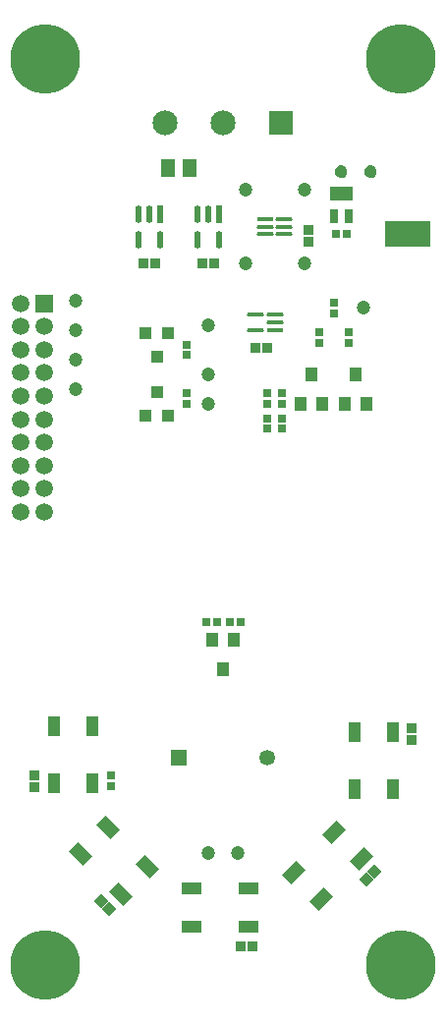
<source format=gbr>
%TF.GenerationSoftware,Altium Limited,Altium Designer,23.10.1 (27)*%
G04 Layer_Color=8388736*
%FSLAX45Y45*%
%MOMM*%
%TF.SameCoordinates,4EA0ACC5-7561-4313-9172-BF3C26F0D282*%
%TF.FilePolarity,Negative*%
%TF.FileFunction,Soldermask,Top*%
%TF.Part,Single*%
G01*
G75*
%TA.AperFunction,SMDPad,CuDef*%
%ADD12R,0.57213X1.50524*%
G04:AMPARAMS|DCode=13|XSize=1.50524mm|YSize=0.57213mm|CornerRadius=0.28606mm|HoleSize=0mm|Usage=FLASHONLY|Rotation=270.000|XOffset=0mm|YOffset=0mm|HoleType=Round|Shape=RoundedRectangle|*
%AMROUNDEDRECTD13*
21,1,1.50524,0.00000,0,0,270.0*
21,1,0.93311,0.57213,0,0,270.0*
1,1,0.57213,0.00000,-0.46655*
1,1,0.57213,0.00000,0.46655*
1,1,0.57213,0.00000,0.46655*
1,1,0.57213,0.00000,-0.46655*
%
%ADD13ROUNDEDRECTD13*%
G04:AMPARAMS|DCode=22|XSize=1.46395mm|YSize=0.37583mm|CornerRadius=0.18791mm|HoleSize=0mm|Usage=FLASHONLY|Rotation=0.000|XOffset=0mm|YOffset=0mm|HoleType=Round|Shape=RoundedRectangle|*
%AMROUNDEDRECTD22*
21,1,1.46395,0.00000,0,0,0.0*
21,1,1.08813,0.37583,0,0,0.0*
1,1,0.37583,0.54406,0.00000*
1,1,0.37583,-0.54406,0.00000*
1,1,0.37583,-0.54406,0.00000*
1,1,0.37583,0.54406,0.00000*
%
%ADD22ROUNDEDRECTD22*%
%ADD23R,1.46395X0.37583*%
%TA.AperFunction,ComponentPad*%
%ADD33C,2.15000*%
%ADD34R,2.15000X2.15000*%
%ADD36R,1.35000X1.35000*%
%ADD37C,1.35000*%
%TA.AperFunction,SMDPad,CuDef*%
%ADD46C,1.20320*%
%ADD47R,0.75320X0.75320*%
%ADD48R,4.00320X2.23320*%
%ADD49R,0.75320X0.75320*%
%ADD50R,1.10320X1.15320*%
%ADD51R,1.00320X1.10320*%
%ADD52R,0.92320X0.92320*%
%ADD53P,1.30560X4X180.0*%
%ADD54R,0.92320X0.92320*%
%ADD55P,1.30560X4X90.0*%
%ADD56R,0.65320X1.20320*%
%ADD57R,1.20320X1.60320*%
%ADD58R,1.70320X1.10320*%
%ADD59R,1.10320X1.70320*%
G04:AMPARAMS|DCode=60|XSize=1.7032mm|YSize=1.1032mm|CornerRadius=0mm|HoleSize=0mm|Usage=FLASHONLY|Rotation=225.000|XOffset=0mm|YOffset=0mm|HoleType=Round|Shape=Rectangle|*
%AMROTATEDRECTD60*
4,1,4,0.21213,0.99221,0.99221,0.21213,-0.21213,-0.99221,-0.99221,-0.21213,0.21213,0.99221,0.0*
%
%ADD60ROTATEDRECTD60*%

G04:AMPARAMS|DCode=61|XSize=1.7032mm|YSize=1.1032mm|CornerRadius=0mm|HoleSize=0mm|Usage=FLASHONLY|Rotation=135.000|XOffset=0mm|YOffset=0mm|HoleType=Round|Shape=Rectangle|*
%AMROTATEDRECTD61*
4,1,4,0.99221,-0.21213,0.21213,-0.99221,-0.99221,0.21213,-0.21213,0.99221,0.99221,-0.21213,0.0*
%
%ADD61ROTATEDRECTD61*%

%TA.AperFunction,ComponentPad*%
%ADD62C,6.00320*%
%ADD63R,1.50000X1.50000*%
%ADD64C,1.50000*%
G36*
X2997200Y7336000D02*
X2997200Y7346108D01*
X3004936Y7364785D01*
X3019231Y7379079D01*
X3037908Y7386816D01*
X3048016Y7386816D01*
Y7386816D01*
X3058118D01*
X3076783Y7379085D01*
X3091068Y7364799D01*
X3098800Y7346134D01*
Y7336033D01*
D01*
Y7326506D01*
X3098800Y7316319D01*
X3090945Y7297519D01*
X3076450Y7283200D01*
X3057554Y7275577D01*
X3037181Y7275827D01*
X3018479Y7283913D01*
X3004340Y7298584D01*
X2996950Y7317572D01*
X2997200Y7327756D01*
X2997200Y7327757D01*
X2997200Y7336000D01*
D02*
G37*
G36*
X3251200D02*
X3251200Y7346108D01*
X3258936Y7364785D01*
X3273231Y7379079D01*
X3291908Y7386816D01*
X3302016Y7386816D01*
Y7386816D01*
X3312118D01*
X3330783Y7379085D01*
X3345068Y7364799D01*
X3352800Y7346134D01*
Y7336033D01*
D01*
Y7326506D01*
X3352800Y7316319D01*
X3344945Y7297519D01*
X3330450Y7283200D01*
X3311554Y7275577D01*
X3291181Y7275827D01*
X3272479Y7283913D01*
X3258340Y7298584D01*
X3250950Y7317572D01*
X3251200Y7327756D01*
X3251200Y7327757D01*
X3251200Y7336000D01*
D02*
G37*
D12*
X2000000Y6968048D02*
D03*
X1492000D02*
D03*
D13*
X1905000D02*
D03*
X1810000D02*
D03*
Y6747952D02*
D03*
X2000000D02*
D03*
X1397000Y6968048D02*
D03*
X1302000D02*
D03*
Y6747952D02*
D03*
X1492000D02*
D03*
D22*
X2558510Y6923000D02*
D03*
Y6858000D02*
D03*
Y6793000D02*
D03*
X2394490D02*
D03*
Y6858000D02*
D03*
X2476500Y6034000D02*
D03*
Y6099000D02*
D03*
X2312481D02*
D03*
Y5969000D02*
D03*
D23*
X2394490Y6923000D02*
D03*
X2476500Y5969000D02*
D03*
D33*
X1532000Y7753400D02*
D03*
X2032000D02*
D03*
D34*
X2532000D02*
D03*
D36*
X1652000Y2286000D02*
D03*
D37*
X2412000D02*
D03*
D46*
X762000Y6223000D02*
D03*
X2222500Y7175500D02*
D03*
Y6540500D02*
D03*
X1905000Y5334000D02*
D03*
X762000Y5461000D02*
D03*
Y5715000D02*
D03*
Y5969000D02*
D03*
X3238500Y6159500D02*
D03*
X2730500Y6540500D02*
D03*
X2159000Y1460500D02*
D03*
X1905000Y5588000D02*
D03*
Y1460500D02*
D03*
Y6007100D02*
D03*
X2730500Y7175500D02*
D03*
D47*
X3003000Y6794500D02*
D03*
X3093000D02*
D03*
X2178600Y3454400D02*
D03*
X2088600D02*
D03*
X1975400D02*
D03*
X1885400D02*
D03*
D48*
X3619500Y6794500D02*
D03*
D49*
X1714500Y5752000D02*
D03*
Y5842000D02*
D03*
X2984500Y6114500D02*
D03*
Y6204500D02*
D03*
X1066800Y2037800D02*
D03*
Y2127800D02*
D03*
X1714500Y5424000D02*
D03*
Y5334000D02*
D03*
X2540000Y5117000D02*
D03*
Y5207000D02*
D03*
Y5424000D02*
D03*
Y5334000D02*
D03*
X2413000Y5207000D02*
D03*
Y5117000D02*
D03*
Y5334000D02*
D03*
Y5424000D02*
D03*
X3111500Y5860500D02*
D03*
Y5950500D02*
D03*
X2857500Y5860500D02*
D03*
Y5950500D02*
D03*
D50*
X2699000Y5336000D02*
D03*
X2794000Y5586000D02*
D03*
X2889000Y5336000D02*
D03*
X3080000D02*
D03*
X3175000Y5586000D02*
D03*
X3270000Y5336000D02*
D03*
X2127000Y3300000D02*
D03*
X2032000Y3050000D02*
D03*
X1937000Y3300000D02*
D03*
D51*
X1460500Y5434000D02*
D03*
X1555500Y5234000D02*
D03*
X1365500D02*
D03*
X1460500Y5742000D02*
D03*
X1365500Y5942000D02*
D03*
X1555500D02*
D03*
D52*
X3657600Y2439200D02*
D03*
Y2539200D02*
D03*
X406400Y2132800D02*
D03*
Y2032800D02*
D03*
X2768600Y6831800D02*
D03*
Y6731800D02*
D03*
D53*
X3266645Y1234645D02*
D03*
X3337355Y1305355D02*
D03*
D54*
X2185200Y660400D02*
D03*
X2285200D02*
D03*
X1955000Y6540500D02*
D03*
X1855000D02*
D03*
X1447000D02*
D03*
X1347000D02*
D03*
X2312200Y5816600D02*
D03*
X2412200D02*
D03*
D55*
X980645Y1051355D02*
D03*
X1051355Y980645D02*
D03*
D56*
X3113000Y7143500D02*
D03*
X3048000D02*
D03*
X2983000D02*
D03*
Y6953500D02*
D03*
X3113000D02*
D03*
D57*
X1746000Y7366000D02*
D03*
X1556000D02*
D03*
D58*
X2251600Y825600D02*
D03*
Y1155600D02*
D03*
X1761600D02*
D03*
Y825600D02*
D03*
D59*
X3492400Y2505600D02*
D03*
X3162400D02*
D03*
Y2015600D02*
D03*
X3492400Y2015600D02*
D03*
X571600Y2066400D02*
D03*
X901600D02*
D03*
Y2556400D02*
D03*
X571600Y2556400D02*
D03*
D60*
X3219939Y1408622D02*
D03*
X2986594Y1641967D02*
D03*
X2640112Y1295485D02*
D03*
X2873457Y1062140D02*
D03*
D61*
X1148769Y1107086D02*
D03*
X1382114Y1340431D02*
D03*
X1035631Y1686914D02*
D03*
X802286Y1453568D02*
D03*
D62*
X500000Y500000D02*
D03*
X3560000Y8300000D02*
D03*
Y500000D02*
D03*
X500000Y8300000D02*
D03*
D63*
X487000Y6200000D02*
D03*
D64*
Y6000000D02*
D03*
Y5800000D02*
D03*
Y5600000D02*
D03*
Y5400000D02*
D03*
Y5200000D02*
D03*
Y5000000D02*
D03*
Y4800000D02*
D03*
X287000Y6200000D02*
D03*
Y6000000D02*
D03*
Y5800000D02*
D03*
Y5600000D02*
D03*
Y5400000D02*
D03*
Y5200000D02*
D03*
Y5000000D02*
D03*
Y4800000D02*
D03*
Y4600000D02*
D03*
X487000D02*
D03*
Y4400000D02*
D03*
X287000D02*
D03*
%TF.MD5,cdbf48a604b8d72e20049a3d88c7eaf9*%
M02*

</source>
